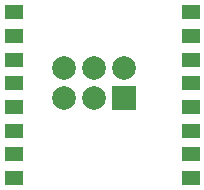
<source format=gbs>
G04 DipTrace Beta 2.3.5.2*
%INsubMicroLRSv2_0603.GBS*%
%MOIN*%
%ADD27R,0.0787X0.0787*%
%ADD28C,0.0787*%
%ADD34R,0.0591X0.0512*%
%FSLAX44Y44*%
G04*
G70*
G90*
G75*
G01*
%LNBotMask*%
%LPD*%
D27*
X4050Y3040D3*
D28*
X3050D3*
X4050Y4040D3*
X3050D3*
X2050Y3040D3*
Y4040D3*
D34*
X6290Y5880D3*
Y5093D3*
Y4305D3*
Y3518D3*
Y2730D3*
Y1943D3*
Y1156D3*
Y368D3*
X384D3*
Y1156D3*
Y1943D3*
Y2730D3*
Y3518D3*
Y4305D3*
Y5093D3*
Y5880D3*
M02*

</source>
